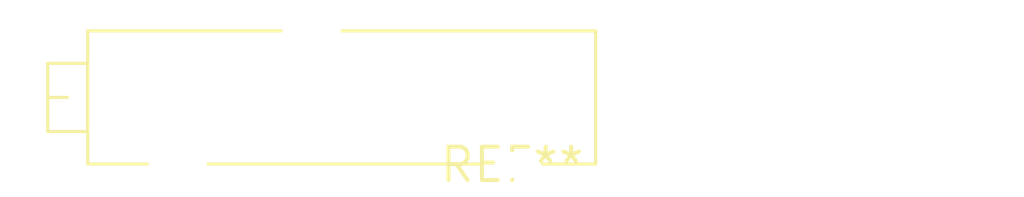
<source format=kicad_pcb>
(kicad_pcb (version 20240108) (generator pcbnew)
  (layers (0 "F.Cu" signal) (31 "B.Cu" signal) (34 "B.Paste" user) (35 "F.Paste" user) (36 "B.SilkS" user "B.Silkscreen") (37 "F.SilkS" user "F.Silkscreen") (38 "B.Mask" user) (39 "F.Mask" user) (44 "Edge.Cuts" user))
  (net 0 "")
  (footprint "Potentiometer_Bourns_3006W_Horizontal" (layer "F.Cu") (at 0 0)
    (property "Reference" "REF**")
    (property "Value" "Potentiometer_Bourns_3006W_Horizontal")
    (fp_line (start -17.64 -3.864) (end -17.64 -1.265) (layer "F.SilkS") (stroke (width 0.12)))
    (fp_line (start -17.64 -3.864) (end -16.121 -3.864) (layer "F.SilkS") (stroke (width 0.12)))
    (fp_line (start -17.64 -2.565) (end -16.881 -2.565) (layer "F.SilkS") (stroke (width 0.12)))
    (fp_line (start -17.64 -1.265) (end -16.121 -1.265) (layer "F.SilkS") (stroke (width 0.12)))
    (fp_line (start -16.121 -3.864) (end -16.121 -1.265) (layer "F.SilkS") (stroke (width 0.12)))
    (fp_line (start -16.12 -5.1) (end -16.12 -0.03) (layer "F.SilkS") (stroke (width 0.12)))
    (fp_line (start -16.12 -5.1) (end -8.775 -5.1) (layer "F.SilkS") (stroke (width 0.12)))
    (fp_line (start -16.12 -0.03) (end -13.854 -0.03) (layer "F.SilkS") (stroke (width 0.12)))
    (fp_line (start -11.544 -0.03) (end -1.155 -0.03) (layer "F.SilkS") (stroke (width 0.12)))
    (fp_line (start -6.465 -5.1) (end 3.17 -5.1) (layer "F.SilkS") (stroke (width 0.12)))
    (fp_line (start 1.155 -0.03) (end 3.17 -0.03) (layer "F.SilkS") (stroke (width 0.12)))
    (fp_line (start 3.17 -5.1) (end 3.17 -0.03) (layer "F.SilkS") (stroke (width 0.12)))
    (pad "1" thru_hole circle (at 0 0) (size 1.8 1.8) (drill 1) (layers *.Cu *.Mask) (remove_unused_layers))
    (pad "2" thru_hole circle (at -7.62 -5.06) (size 1.8 1.8) (drill 1) (layers *.Cu *.Mask) (remove_unused_layers))
    (pad "3" thru_hole circle (at -12.7 0) (size 1.8 1.8) (drill 1) (layers *.Cu *.Mask) (remove_unused_layers))
  )
)
</source>
